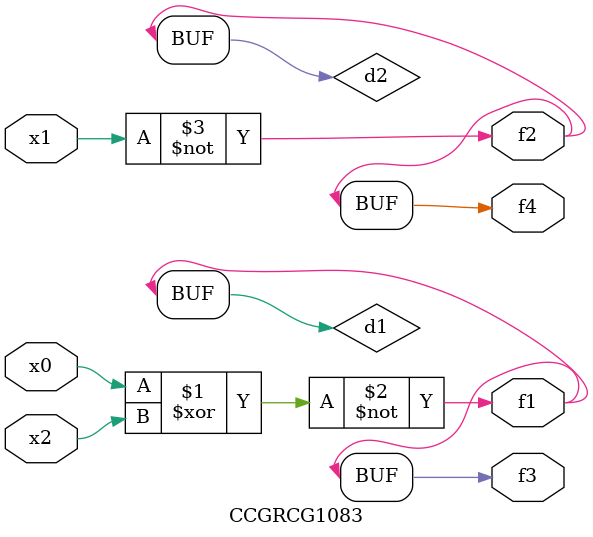
<source format=v>
module CCGRCG1083(
	input x0, x1, x2,
	output f1, f2, f3, f4
);

	wire d1, d2, d3;

	xnor (d1, x0, x2);
	nand (d2, x1);
	nor (d3, x1, x2);
	assign f1 = d1;
	assign f2 = d2;
	assign f3 = d1;
	assign f4 = d2;
endmodule

</source>
